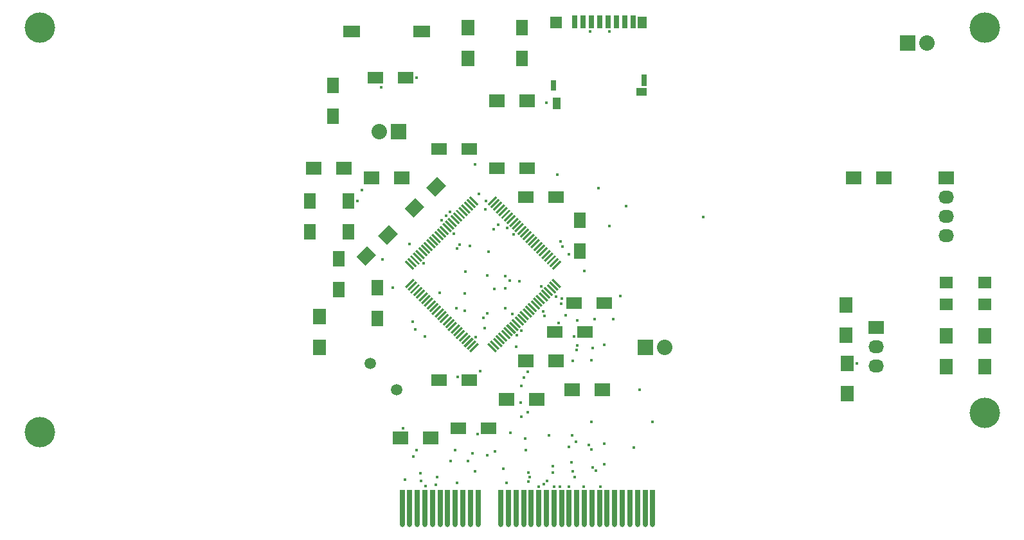
<source format=gts>
G04 #@! TF.FileFunction,Soldermask,Top*
%FSLAX46Y46*%
G04 Gerber Fmt 4.6, Leading zero omitted, Abs format (unit mm)*
G04 Created by KiCad (PCBNEW 4.0.2+dfsg1-stable) date Sun 02 Jun 2019 14:52:45 CEST*
%MOMM*%
G01*
G04 APERTURE LIST*
%ADD10C,0.100000*%
%ADD11R,1.700000X2.000000*%
%ADD12R,2.000000X1.700000*%
%ADD13R,0.700000X1.750000*%
%ADD14R,1.300000X1.500000*%
%ADD15R,0.800000X1.500000*%
%ADD16R,1.450000X1.000000*%
%ADD17R,0.800000X1.400000*%
%ADD18R,1.500000X1.500000*%
%ADD19R,1.000000X1.550000*%
%ADD20R,1.800860X1.597660*%
%ADD21R,1.600000X2.000000*%
%ADD22C,0.650000*%
%ADD23R,0.650000X4.600000*%
%ADD24C,1.500000*%
%ADD25R,2.180000X1.600000*%
%ADD26C,4.000000*%
%ADD27R,2.032000X1.727200*%
%ADD28O,2.032000X1.727200*%
%ADD29R,2.032000X2.032000*%
%ADD30O,2.032000X2.032000*%
%ADD31R,2.000000X1.600000*%
%ADD32C,0.400000*%
G04 APERTURE END LIST*
D10*
G36*
X132128373Y-93278478D02*
X131916241Y-93066346D01*
X132976901Y-92005686D01*
X133189033Y-92217818D01*
X132128373Y-93278478D01*
X132128373Y-93278478D01*
G37*
G36*
X132481926Y-93632031D02*
X132269794Y-93419899D01*
X133330454Y-92359239D01*
X133542586Y-92571371D01*
X132481926Y-93632031D01*
X132481926Y-93632031D01*
G37*
G36*
X132835480Y-93985584D02*
X132623348Y-93773452D01*
X133684008Y-92712792D01*
X133896140Y-92924924D01*
X132835480Y-93985584D01*
X132835480Y-93985584D01*
G37*
G36*
X133189033Y-94339138D02*
X132976901Y-94127006D01*
X134037561Y-93066346D01*
X134249693Y-93278478D01*
X133189033Y-94339138D01*
X133189033Y-94339138D01*
G37*
G36*
X133542587Y-94692691D02*
X133330455Y-94480559D01*
X134391115Y-93419899D01*
X134603247Y-93632031D01*
X133542587Y-94692691D01*
X133542587Y-94692691D01*
G37*
G36*
X133896140Y-95046244D02*
X133684008Y-94834112D01*
X134744668Y-93773452D01*
X134956800Y-93985584D01*
X133896140Y-95046244D01*
X133896140Y-95046244D01*
G37*
G36*
X134249693Y-95399798D02*
X134037561Y-95187666D01*
X135098221Y-94127006D01*
X135310353Y-94339138D01*
X134249693Y-95399798D01*
X134249693Y-95399798D01*
G37*
G36*
X134603247Y-95753351D02*
X134391115Y-95541219D01*
X135451775Y-94480559D01*
X135663907Y-94692691D01*
X134603247Y-95753351D01*
X134603247Y-95753351D01*
G37*
G36*
X134956800Y-96106905D02*
X134744668Y-95894773D01*
X135805328Y-94834113D01*
X136017460Y-95046245D01*
X134956800Y-96106905D01*
X134956800Y-96106905D01*
G37*
G36*
X135310354Y-96460458D02*
X135098222Y-96248326D01*
X136158882Y-95187666D01*
X136371014Y-95399798D01*
X135310354Y-96460458D01*
X135310354Y-96460458D01*
G37*
G36*
X135663907Y-96814011D02*
X135451775Y-96601879D01*
X136512435Y-95541219D01*
X136724567Y-95753351D01*
X135663907Y-96814011D01*
X135663907Y-96814011D01*
G37*
G36*
X136017460Y-97167565D02*
X135805328Y-96955433D01*
X136865988Y-95894773D01*
X137078120Y-96106905D01*
X136017460Y-97167565D01*
X136017460Y-97167565D01*
G37*
G36*
X136371014Y-97521118D02*
X136158882Y-97308986D01*
X137219542Y-96248326D01*
X137431674Y-96460458D01*
X136371014Y-97521118D01*
X136371014Y-97521118D01*
G37*
G36*
X136724567Y-97874672D02*
X136512435Y-97662540D01*
X137573095Y-96601880D01*
X137785227Y-96814012D01*
X136724567Y-97874672D01*
X136724567Y-97874672D01*
G37*
G36*
X137078121Y-98228225D02*
X136865989Y-98016093D01*
X137926649Y-96955433D01*
X138138781Y-97167565D01*
X137078121Y-98228225D01*
X137078121Y-98228225D01*
G37*
G36*
X137431674Y-98581778D02*
X137219542Y-98369646D01*
X138280202Y-97308986D01*
X138492334Y-97521118D01*
X137431674Y-98581778D01*
X137431674Y-98581778D01*
G37*
G36*
X137785227Y-98935332D02*
X137573095Y-98723200D01*
X138633755Y-97662540D01*
X138845887Y-97874672D01*
X137785227Y-98935332D01*
X137785227Y-98935332D01*
G37*
G36*
X138138781Y-99288885D02*
X137926649Y-99076753D01*
X138987309Y-98016093D01*
X139199441Y-98228225D01*
X138138781Y-99288885D01*
X138138781Y-99288885D01*
G37*
G36*
X138492334Y-99642439D02*
X138280202Y-99430307D01*
X139340862Y-98369647D01*
X139552994Y-98581779D01*
X138492334Y-99642439D01*
X138492334Y-99642439D01*
G37*
G36*
X138845888Y-99995992D02*
X138633756Y-99783860D01*
X139694416Y-98723200D01*
X139906548Y-98935332D01*
X138845888Y-99995992D01*
X138845888Y-99995992D01*
G37*
G36*
X139199441Y-100349545D02*
X138987309Y-100137413D01*
X140047969Y-99076753D01*
X140260101Y-99288885D01*
X139199441Y-100349545D01*
X139199441Y-100349545D01*
G37*
G36*
X139552994Y-100703099D02*
X139340862Y-100490967D01*
X140401522Y-99430307D01*
X140613654Y-99642439D01*
X139552994Y-100703099D01*
X139552994Y-100703099D01*
G37*
G36*
X139906548Y-101056652D02*
X139694416Y-100844520D01*
X140755076Y-99783860D01*
X140967208Y-99995992D01*
X139906548Y-101056652D01*
X139906548Y-101056652D01*
G37*
G36*
X140260101Y-101410206D02*
X140047969Y-101198074D01*
X141108629Y-100137414D01*
X141320761Y-100349546D01*
X140260101Y-101410206D01*
X140260101Y-101410206D01*
G37*
G36*
X140613654Y-101763759D02*
X140401522Y-101551627D01*
X141462182Y-100490967D01*
X141674314Y-100703099D01*
X140613654Y-101763759D01*
X140613654Y-101763759D01*
G37*
G36*
X144078478Y-101551627D02*
X143866346Y-101763759D01*
X142805686Y-100703099D01*
X143017818Y-100490967D01*
X144078478Y-101551627D01*
X144078478Y-101551627D01*
G37*
G36*
X144432031Y-101198074D02*
X144219899Y-101410206D01*
X143159239Y-100349546D01*
X143371371Y-100137414D01*
X144432031Y-101198074D01*
X144432031Y-101198074D01*
G37*
G36*
X144785584Y-100844520D02*
X144573452Y-101056652D01*
X143512792Y-99995992D01*
X143724924Y-99783860D01*
X144785584Y-100844520D01*
X144785584Y-100844520D01*
G37*
G36*
X145139138Y-100490967D02*
X144927006Y-100703099D01*
X143866346Y-99642439D01*
X144078478Y-99430307D01*
X145139138Y-100490967D01*
X145139138Y-100490967D01*
G37*
G36*
X145492691Y-100137413D02*
X145280559Y-100349545D01*
X144219899Y-99288885D01*
X144432031Y-99076753D01*
X145492691Y-100137413D01*
X145492691Y-100137413D01*
G37*
G36*
X145846244Y-99783860D02*
X145634112Y-99995992D01*
X144573452Y-98935332D01*
X144785584Y-98723200D01*
X145846244Y-99783860D01*
X145846244Y-99783860D01*
G37*
G36*
X146199798Y-99430307D02*
X145987666Y-99642439D01*
X144927006Y-98581779D01*
X145139138Y-98369647D01*
X146199798Y-99430307D01*
X146199798Y-99430307D01*
G37*
G36*
X146553351Y-99076753D02*
X146341219Y-99288885D01*
X145280559Y-98228225D01*
X145492691Y-98016093D01*
X146553351Y-99076753D01*
X146553351Y-99076753D01*
G37*
G36*
X146906905Y-98723200D02*
X146694773Y-98935332D01*
X145634113Y-97874672D01*
X145846245Y-97662540D01*
X146906905Y-98723200D01*
X146906905Y-98723200D01*
G37*
G36*
X147260458Y-98369646D02*
X147048326Y-98581778D01*
X145987666Y-97521118D01*
X146199798Y-97308986D01*
X147260458Y-98369646D01*
X147260458Y-98369646D01*
G37*
G36*
X147614011Y-98016093D02*
X147401879Y-98228225D01*
X146341219Y-97167565D01*
X146553351Y-96955433D01*
X147614011Y-98016093D01*
X147614011Y-98016093D01*
G37*
G36*
X147967565Y-97662540D02*
X147755433Y-97874672D01*
X146694773Y-96814012D01*
X146906905Y-96601880D01*
X147967565Y-97662540D01*
X147967565Y-97662540D01*
G37*
G36*
X148321118Y-97308986D02*
X148108986Y-97521118D01*
X147048326Y-96460458D01*
X147260458Y-96248326D01*
X148321118Y-97308986D01*
X148321118Y-97308986D01*
G37*
G36*
X148674672Y-96955433D02*
X148462540Y-97167565D01*
X147401880Y-96106905D01*
X147614012Y-95894773D01*
X148674672Y-96955433D01*
X148674672Y-96955433D01*
G37*
G36*
X149028225Y-96601879D02*
X148816093Y-96814011D01*
X147755433Y-95753351D01*
X147967565Y-95541219D01*
X149028225Y-96601879D01*
X149028225Y-96601879D01*
G37*
G36*
X149381778Y-96248326D02*
X149169646Y-96460458D01*
X148108986Y-95399798D01*
X148321118Y-95187666D01*
X149381778Y-96248326D01*
X149381778Y-96248326D01*
G37*
G36*
X149735332Y-95894773D02*
X149523200Y-96106905D01*
X148462540Y-95046245D01*
X148674672Y-94834113D01*
X149735332Y-95894773D01*
X149735332Y-95894773D01*
G37*
G36*
X150088885Y-95541219D02*
X149876753Y-95753351D01*
X148816093Y-94692691D01*
X149028225Y-94480559D01*
X150088885Y-95541219D01*
X150088885Y-95541219D01*
G37*
G36*
X150442439Y-95187666D02*
X150230307Y-95399798D01*
X149169647Y-94339138D01*
X149381779Y-94127006D01*
X150442439Y-95187666D01*
X150442439Y-95187666D01*
G37*
G36*
X150795992Y-94834112D02*
X150583860Y-95046244D01*
X149523200Y-93985584D01*
X149735332Y-93773452D01*
X150795992Y-94834112D01*
X150795992Y-94834112D01*
G37*
G36*
X151149545Y-94480559D02*
X150937413Y-94692691D01*
X149876753Y-93632031D01*
X150088885Y-93419899D01*
X151149545Y-94480559D01*
X151149545Y-94480559D01*
G37*
G36*
X151503099Y-94127006D02*
X151290967Y-94339138D01*
X150230307Y-93278478D01*
X150442439Y-93066346D01*
X151503099Y-94127006D01*
X151503099Y-94127006D01*
G37*
G36*
X151856652Y-93773452D02*
X151644520Y-93985584D01*
X150583860Y-92924924D01*
X150795992Y-92712792D01*
X151856652Y-93773452D01*
X151856652Y-93773452D01*
G37*
G36*
X152210206Y-93419899D02*
X151998074Y-93632031D01*
X150937414Y-92571371D01*
X151149546Y-92359239D01*
X152210206Y-93419899D01*
X152210206Y-93419899D01*
G37*
G36*
X152563759Y-93066346D02*
X152351627Y-93278478D01*
X151290967Y-92217818D01*
X151503099Y-92005686D01*
X152563759Y-93066346D01*
X152563759Y-93066346D01*
G37*
G36*
X151503099Y-90874314D02*
X151290967Y-90662182D01*
X152351627Y-89601522D01*
X152563759Y-89813654D01*
X151503099Y-90874314D01*
X151503099Y-90874314D01*
G37*
G36*
X151149546Y-90520761D02*
X150937414Y-90308629D01*
X151998074Y-89247969D01*
X152210206Y-89460101D01*
X151149546Y-90520761D01*
X151149546Y-90520761D01*
G37*
G36*
X150795992Y-90167208D02*
X150583860Y-89955076D01*
X151644520Y-88894416D01*
X151856652Y-89106548D01*
X150795992Y-90167208D01*
X150795992Y-90167208D01*
G37*
G36*
X150442439Y-89813654D02*
X150230307Y-89601522D01*
X151290967Y-88540862D01*
X151503099Y-88752994D01*
X150442439Y-89813654D01*
X150442439Y-89813654D01*
G37*
G36*
X150088885Y-89460101D02*
X149876753Y-89247969D01*
X150937413Y-88187309D01*
X151149545Y-88399441D01*
X150088885Y-89460101D01*
X150088885Y-89460101D01*
G37*
G36*
X149735332Y-89106548D02*
X149523200Y-88894416D01*
X150583860Y-87833756D01*
X150795992Y-88045888D01*
X149735332Y-89106548D01*
X149735332Y-89106548D01*
G37*
G36*
X149381779Y-88752994D02*
X149169647Y-88540862D01*
X150230307Y-87480202D01*
X150442439Y-87692334D01*
X149381779Y-88752994D01*
X149381779Y-88752994D01*
G37*
G36*
X149028225Y-88399441D02*
X148816093Y-88187309D01*
X149876753Y-87126649D01*
X150088885Y-87338781D01*
X149028225Y-88399441D01*
X149028225Y-88399441D01*
G37*
G36*
X148674672Y-88045887D02*
X148462540Y-87833755D01*
X149523200Y-86773095D01*
X149735332Y-86985227D01*
X148674672Y-88045887D01*
X148674672Y-88045887D01*
G37*
G36*
X148321118Y-87692334D02*
X148108986Y-87480202D01*
X149169646Y-86419542D01*
X149381778Y-86631674D01*
X148321118Y-87692334D01*
X148321118Y-87692334D01*
G37*
G36*
X147967565Y-87338781D02*
X147755433Y-87126649D01*
X148816093Y-86065989D01*
X149028225Y-86278121D01*
X147967565Y-87338781D01*
X147967565Y-87338781D01*
G37*
G36*
X147614012Y-86985227D02*
X147401880Y-86773095D01*
X148462540Y-85712435D01*
X148674672Y-85924567D01*
X147614012Y-86985227D01*
X147614012Y-86985227D01*
G37*
G36*
X147260458Y-86631674D02*
X147048326Y-86419542D01*
X148108986Y-85358882D01*
X148321118Y-85571014D01*
X147260458Y-86631674D01*
X147260458Y-86631674D01*
G37*
G36*
X146906905Y-86278120D02*
X146694773Y-86065988D01*
X147755433Y-85005328D01*
X147967565Y-85217460D01*
X146906905Y-86278120D01*
X146906905Y-86278120D01*
G37*
G36*
X146553351Y-85924567D02*
X146341219Y-85712435D01*
X147401879Y-84651775D01*
X147614011Y-84863907D01*
X146553351Y-85924567D01*
X146553351Y-85924567D01*
G37*
G36*
X146199798Y-85571014D02*
X145987666Y-85358882D01*
X147048326Y-84298222D01*
X147260458Y-84510354D01*
X146199798Y-85571014D01*
X146199798Y-85571014D01*
G37*
G36*
X145846245Y-85217460D02*
X145634113Y-85005328D01*
X146694773Y-83944668D01*
X146906905Y-84156800D01*
X145846245Y-85217460D01*
X145846245Y-85217460D01*
G37*
G36*
X145492691Y-84863907D02*
X145280559Y-84651775D01*
X146341219Y-83591115D01*
X146553351Y-83803247D01*
X145492691Y-84863907D01*
X145492691Y-84863907D01*
G37*
G36*
X145139138Y-84510353D02*
X144927006Y-84298221D01*
X145987666Y-83237561D01*
X146199798Y-83449693D01*
X145139138Y-84510353D01*
X145139138Y-84510353D01*
G37*
G36*
X144785584Y-84156800D02*
X144573452Y-83944668D01*
X145634112Y-82884008D01*
X145846244Y-83096140D01*
X144785584Y-84156800D01*
X144785584Y-84156800D01*
G37*
G36*
X144432031Y-83803247D02*
X144219899Y-83591115D01*
X145280559Y-82530455D01*
X145492691Y-82742587D01*
X144432031Y-83803247D01*
X144432031Y-83803247D01*
G37*
G36*
X144078478Y-83449693D02*
X143866346Y-83237561D01*
X144927006Y-82176901D01*
X145139138Y-82389033D01*
X144078478Y-83449693D01*
X144078478Y-83449693D01*
G37*
G36*
X143724924Y-83096140D02*
X143512792Y-82884008D01*
X144573452Y-81823348D01*
X144785584Y-82035480D01*
X143724924Y-83096140D01*
X143724924Y-83096140D01*
G37*
G36*
X143371371Y-82742586D02*
X143159239Y-82530454D01*
X144219899Y-81469794D01*
X144432031Y-81681926D01*
X143371371Y-82742586D01*
X143371371Y-82742586D01*
G37*
G36*
X143017818Y-82389033D02*
X142805686Y-82176901D01*
X143866346Y-81116241D01*
X144078478Y-81328373D01*
X143017818Y-82389033D01*
X143017818Y-82389033D01*
G37*
G36*
X141674314Y-82176901D02*
X141462182Y-82389033D01*
X140401522Y-81328373D01*
X140613654Y-81116241D01*
X141674314Y-82176901D01*
X141674314Y-82176901D01*
G37*
G36*
X141320761Y-82530454D02*
X141108629Y-82742586D01*
X140047969Y-81681926D01*
X140260101Y-81469794D01*
X141320761Y-82530454D01*
X141320761Y-82530454D01*
G37*
G36*
X140967208Y-82884008D02*
X140755076Y-83096140D01*
X139694416Y-82035480D01*
X139906548Y-81823348D01*
X140967208Y-82884008D01*
X140967208Y-82884008D01*
G37*
G36*
X140613654Y-83237561D02*
X140401522Y-83449693D01*
X139340862Y-82389033D01*
X139552994Y-82176901D01*
X140613654Y-83237561D01*
X140613654Y-83237561D01*
G37*
G36*
X140260101Y-83591115D02*
X140047969Y-83803247D01*
X138987309Y-82742587D01*
X139199441Y-82530455D01*
X140260101Y-83591115D01*
X140260101Y-83591115D01*
G37*
G36*
X139906548Y-83944668D02*
X139694416Y-84156800D01*
X138633756Y-83096140D01*
X138845888Y-82884008D01*
X139906548Y-83944668D01*
X139906548Y-83944668D01*
G37*
G36*
X139552994Y-84298221D02*
X139340862Y-84510353D01*
X138280202Y-83449693D01*
X138492334Y-83237561D01*
X139552994Y-84298221D01*
X139552994Y-84298221D01*
G37*
G36*
X139199441Y-84651775D02*
X138987309Y-84863907D01*
X137926649Y-83803247D01*
X138138781Y-83591115D01*
X139199441Y-84651775D01*
X139199441Y-84651775D01*
G37*
G36*
X138845887Y-85005328D02*
X138633755Y-85217460D01*
X137573095Y-84156800D01*
X137785227Y-83944668D01*
X138845887Y-85005328D01*
X138845887Y-85005328D01*
G37*
G36*
X138492334Y-85358882D02*
X138280202Y-85571014D01*
X137219542Y-84510354D01*
X137431674Y-84298222D01*
X138492334Y-85358882D01*
X138492334Y-85358882D01*
G37*
G36*
X138138781Y-85712435D02*
X137926649Y-85924567D01*
X136865989Y-84863907D01*
X137078121Y-84651775D01*
X138138781Y-85712435D01*
X138138781Y-85712435D01*
G37*
G36*
X137785227Y-86065988D02*
X137573095Y-86278120D01*
X136512435Y-85217460D01*
X136724567Y-85005328D01*
X137785227Y-86065988D01*
X137785227Y-86065988D01*
G37*
G36*
X137431674Y-86419542D02*
X137219542Y-86631674D01*
X136158882Y-85571014D01*
X136371014Y-85358882D01*
X137431674Y-86419542D01*
X137431674Y-86419542D01*
G37*
G36*
X137078120Y-86773095D02*
X136865988Y-86985227D01*
X135805328Y-85924567D01*
X136017460Y-85712435D01*
X137078120Y-86773095D01*
X137078120Y-86773095D01*
G37*
G36*
X136724567Y-87126649D02*
X136512435Y-87338781D01*
X135451775Y-86278121D01*
X135663907Y-86065989D01*
X136724567Y-87126649D01*
X136724567Y-87126649D01*
G37*
G36*
X136371014Y-87480202D02*
X136158882Y-87692334D01*
X135098222Y-86631674D01*
X135310354Y-86419542D01*
X136371014Y-87480202D01*
X136371014Y-87480202D01*
G37*
G36*
X136017460Y-87833755D02*
X135805328Y-88045887D01*
X134744668Y-86985227D01*
X134956800Y-86773095D01*
X136017460Y-87833755D01*
X136017460Y-87833755D01*
G37*
G36*
X135663907Y-88187309D02*
X135451775Y-88399441D01*
X134391115Y-87338781D01*
X134603247Y-87126649D01*
X135663907Y-88187309D01*
X135663907Y-88187309D01*
G37*
G36*
X135310353Y-88540862D02*
X135098221Y-88752994D01*
X134037561Y-87692334D01*
X134249693Y-87480202D01*
X135310353Y-88540862D01*
X135310353Y-88540862D01*
G37*
G36*
X134956800Y-88894416D02*
X134744668Y-89106548D01*
X133684008Y-88045888D01*
X133896140Y-87833756D01*
X134956800Y-88894416D01*
X134956800Y-88894416D01*
G37*
G36*
X134603247Y-89247969D02*
X134391115Y-89460101D01*
X133330455Y-88399441D01*
X133542587Y-88187309D01*
X134603247Y-89247969D01*
X134603247Y-89247969D01*
G37*
G36*
X134249693Y-89601522D02*
X134037561Y-89813654D01*
X132976901Y-88752994D01*
X133189033Y-88540862D01*
X134249693Y-89601522D01*
X134249693Y-89601522D01*
G37*
G36*
X133896140Y-89955076D02*
X133684008Y-90167208D01*
X132623348Y-89106548D01*
X132835480Y-88894416D01*
X133896140Y-89955076D01*
X133896140Y-89955076D01*
G37*
G36*
X133542586Y-90308629D02*
X133330454Y-90520761D01*
X132269794Y-89460101D01*
X132481926Y-89247969D01*
X133542586Y-90308629D01*
X133542586Y-90308629D01*
G37*
G36*
X133189033Y-90662182D02*
X132976901Y-90874314D01*
X131916241Y-89813654D01*
X132128373Y-89601522D01*
X133189033Y-90662182D01*
X133189033Y-90662182D01*
G37*
D11*
X208280000Y-99600000D03*
X208280000Y-103600000D03*
X203200000Y-99600000D03*
X203200000Y-103600000D03*
D12*
X144050000Y-68580000D03*
X148050000Y-68580000D03*
D13*
X162005000Y-58150000D03*
D14*
X163205000Y-58275000D03*
D15*
X163455000Y-65875000D03*
D16*
X163130000Y-67375000D03*
D17*
X151505000Y-66525000D03*
D13*
X160905000Y-58150000D03*
X159805000Y-58150000D03*
X158705000Y-58150000D03*
X157605000Y-58150000D03*
X156505000Y-58150000D03*
X155405000Y-58150000D03*
X154305000Y-58150000D03*
D18*
X151855000Y-58275000D03*
D19*
X151905000Y-68950000D03*
D20*
X208280000Y-92560140D03*
X208280000Y-95399860D03*
X203200000Y-92560140D03*
X203200000Y-95399860D03*
D21*
X147320000Y-62960000D03*
X147320000Y-58960000D03*
D22*
X149572000Y-124466000D03*
X151572000Y-124466000D03*
D23*
X151572000Y-122166000D03*
D22*
X150572000Y-124466000D03*
D23*
X131572000Y-122166000D03*
X132572000Y-122166000D03*
X133572000Y-122166000D03*
X134572000Y-122166000D03*
X135572000Y-122166000D03*
X136572000Y-122166000D03*
X137572000Y-122166000D03*
X138572000Y-122166000D03*
X139572000Y-122166000D03*
X140572000Y-122166000D03*
X141572000Y-122166000D03*
X146572000Y-122166000D03*
X147572000Y-122166000D03*
X148572000Y-122166000D03*
X149572000Y-122166000D03*
X150572000Y-122166000D03*
X144572000Y-122166000D03*
X145572000Y-122166000D03*
D22*
X133572000Y-124466000D03*
X134572000Y-124466000D03*
X135572000Y-124466000D03*
X136572000Y-124466000D03*
X137572000Y-124466000D03*
X138572000Y-124466000D03*
X139572000Y-124466000D03*
X140572000Y-124466000D03*
X141572000Y-124466000D03*
X131572000Y-124466000D03*
X144572000Y-124466000D03*
X145572000Y-124466000D03*
X146572000Y-124466000D03*
X147572000Y-124466000D03*
X148572000Y-124466000D03*
X132572000Y-124466000D03*
X152572000Y-124466000D03*
X153572000Y-124466000D03*
X154572000Y-124466000D03*
X155572000Y-124466000D03*
X156572000Y-124466000D03*
X157572000Y-124466000D03*
X158572000Y-124466000D03*
X159572000Y-124466000D03*
X160572000Y-124466000D03*
X161572000Y-124466000D03*
X162572000Y-124466000D03*
X163572000Y-124466000D03*
X164572000Y-124466000D03*
D23*
X152572000Y-122166000D03*
X153572000Y-122166000D03*
X154572000Y-122166000D03*
X155572000Y-122166000D03*
X156572000Y-122166000D03*
X157572000Y-122166000D03*
X158572000Y-122166000D03*
X159572000Y-122166000D03*
X160572000Y-122166000D03*
X161572000Y-122166000D03*
X162572000Y-122166000D03*
X163572000Y-122166000D03*
X164572000Y-122166000D03*
D24*
X130810000Y-106680000D03*
X127359319Y-103229319D03*
D25*
X124950000Y-59436000D03*
X134130000Y-59436000D03*
D12*
X123920000Y-77470000D03*
X119920000Y-77470000D03*
X127540000Y-78740000D03*
X131540000Y-78740000D03*
X145320000Y-107950000D03*
X149320000Y-107950000D03*
X153956000Y-106680000D03*
X157956000Y-106680000D03*
X151860000Y-102870000D03*
X147860000Y-102870000D03*
D10*
G36*
X133099720Y-84002362D02*
X131897638Y-82800280D01*
X133311852Y-81386066D01*
X134513934Y-82588148D01*
X133099720Y-84002362D01*
X133099720Y-84002362D01*
G37*
G36*
X135928148Y-81173934D02*
X134726066Y-79971852D01*
X136140280Y-78557638D01*
X137342362Y-79759720D01*
X135928148Y-81173934D01*
X135928148Y-81173934D01*
G37*
G36*
X126749720Y-90352362D02*
X125547638Y-89150280D01*
X126961852Y-87736066D01*
X128163934Y-88938148D01*
X126749720Y-90352362D01*
X126749720Y-90352362D01*
G37*
G36*
X129578148Y-87523934D02*
X128376066Y-86321852D01*
X129790280Y-84907638D01*
X130992362Y-86109720D01*
X129578148Y-87523934D01*
X129578148Y-87523934D01*
G37*
D11*
X190000000Y-95500000D03*
X190000000Y-99500000D03*
X190195000Y-103185000D03*
X190195000Y-107185000D03*
X120650000Y-97060000D03*
X120650000Y-101060000D03*
D12*
X131350000Y-113030000D03*
X135350000Y-113030000D03*
D11*
X140208000Y-58960000D03*
X140208000Y-62960000D03*
D12*
X191040000Y-78740000D03*
X195040000Y-78740000D03*
D26*
X208280000Y-58928000D03*
X83820000Y-112268000D03*
X208280000Y-109728000D03*
X83820000Y-58928000D03*
D27*
X203200000Y-78740000D03*
D28*
X203200000Y-81280000D03*
X203200000Y-83820000D03*
X203200000Y-86360000D03*
D29*
X198120000Y-60960000D03*
D30*
X200660000Y-60960000D03*
D27*
X194000000Y-98500000D03*
D28*
X194000000Y-101040000D03*
X194000000Y-103580000D03*
D31*
X158210000Y-95250000D03*
X154210000Y-95250000D03*
X140430000Y-74930000D03*
X136430000Y-74930000D03*
D21*
X119380000Y-81820000D03*
X119380000Y-85820000D03*
X154940000Y-88360000D03*
X154940000Y-84360000D03*
D31*
X128048000Y-65532000D03*
X132048000Y-65532000D03*
D21*
X128270000Y-97250000D03*
X128270000Y-93250000D03*
X124460000Y-81820000D03*
X124460000Y-85820000D03*
D31*
X148050000Y-77470000D03*
X144050000Y-77470000D03*
X155670000Y-99060000D03*
X151670000Y-99060000D03*
D21*
X122428000Y-66580000D03*
X122428000Y-70580000D03*
D31*
X147860000Y-81280000D03*
X151860000Y-81280000D03*
X136430000Y-105410000D03*
X140430000Y-105410000D03*
D21*
X123190000Y-93440000D03*
X123190000Y-89440000D03*
D31*
X138970000Y-111760000D03*
X142970000Y-111760000D03*
D29*
X163576000Y-101092000D03*
D30*
X166116000Y-101092000D03*
D29*
X131064000Y-72644000D03*
D30*
X128524000Y-72644000D03*
D32*
X157660400Y-119452300D03*
X191463800Y-103185000D03*
X145842000Y-112360700D03*
X141292500Y-99698800D03*
X142515600Y-82877400D03*
X141215000Y-76931100D03*
X153957500Y-112720900D03*
X153866100Y-116268500D03*
X150949700Y-112720900D03*
X140270700Y-116083900D03*
X149572000Y-119444500D03*
X158156100Y-113752400D03*
X158212300Y-116496700D03*
X131987000Y-118525600D03*
X153572000Y-119434800D03*
X128787800Y-66764500D03*
X125684500Y-81820000D03*
X136548200Y-93869400D03*
X142754100Y-91583300D03*
X140476400Y-87719900D03*
X148174000Y-118757200D03*
X151461200Y-117586500D03*
X149884200Y-93049900D03*
X151841200Y-94362900D03*
X152354900Y-119455200D03*
X145194700Y-93328400D03*
X134426800Y-89990800D03*
X138693300Y-95904700D03*
X146691400Y-99516900D03*
X147252500Y-106135200D03*
X164572000Y-110935200D03*
X156469900Y-110935200D03*
X144223100Y-84957700D03*
X162100800Y-114277700D03*
X156204800Y-113980100D03*
X143632200Y-85483000D03*
X137914900Y-83236700D03*
X137389500Y-83762700D03*
X146217100Y-86198000D03*
X136795300Y-84351000D03*
X141716600Y-80854400D03*
X155535400Y-91044000D03*
X153104900Y-96814400D03*
X148174100Y-117556400D03*
X139167800Y-87518600D03*
X146996900Y-92339900D03*
X148363500Y-118156800D03*
X150691900Y-118704700D03*
X150208300Y-119118900D03*
X156915300Y-97328500D03*
X156682000Y-101179400D03*
X154594800Y-101414700D03*
X154293600Y-118171800D03*
X147849800Y-114615000D03*
X145711000Y-92304200D03*
X145135200Y-91728400D03*
X147810300Y-113114000D03*
X141541800Y-112491300D03*
X141157000Y-117395700D03*
X143718700Y-93375200D03*
X143788500Y-114827700D03*
X139870200Y-91058000D03*
X136173300Y-118186800D03*
X134633500Y-119399300D03*
X142915600Y-88461800D03*
X138342600Y-86128000D03*
X134002300Y-117696600D03*
X142454000Y-98554200D03*
X147201400Y-108379800D03*
X147243700Y-110273900D03*
X154491700Y-113526100D03*
X154046600Y-117442200D03*
X144861500Y-117118000D03*
X138835800Y-88050700D03*
X146098700Y-96688100D03*
X148089700Y-109668000D03*
X148094400Y-104315000D03*
X151388700Y-116785400D03*
X150155600Y-96310900D03*
X145183200Y-95908600D03*
X145287800Y-118983900D03*
X140796100Y-115031700D03*
X142250100Y-97201200D03*
X142751700Y-96611300D03*
X142747400Y-115272700D03*
X138774100Y-118981000D03*
X139813700Y-96285000D03*
X139843300Y-93934100D03*
X136030200Y-119218800D03*
X150301000Y-96930200D03*
X134061900Y-118739100D03*
X153521000Y-114243700D03*
X152488900Y-95371200D03*
X158152600Y-100770800D03*
X145383500Y-85321400D03*
X147592100Y-105039000D03*
X147292900Y-98920800D03*
X162890400Y-106638300D03*
X131673500Y-111767800D03*
X132952200Y-97704300D03*
X126254700Y-80368900D03*
X132557000Y-87464800D03*
X151629100Y-119461800D03*
X157432700Y-80132800D03*
X158849000Y-85124000D03*
X130341700Y-93250000D03*
X128974800Y-89477600D03*
X156644200Y-116938900D03*
X156499300Y-102817800D03*
X152588400Y-94615400D03*
X154046400Y-102870000D03*
X156542700Y-114540800D03*
X155472600Y-119463100D03*
X146616400Y-101031000D03*
X154220800Y-99622600D03*
X141824700Y-104200500D03*
X152215600Y-97859700D03*
X157092000Y-117348000D03*
X138575100Y-114642900D03*
X133447000Y-114596000D03*
X138913100Y-104943000D03*
X133286300Y-98755000D03*
X133463500Y-65532000D03*
X134544800Y-99619400D03*
X137944200Y-116089100D03*
X133019400Y-115457900D03*
X152025400Y-78335500D03*
X161071200Y-82424600D03*
X160273300Y-94286400D03*
X159371400Y-97325900D03*
X142579400Y-81752600D03*
X171244100Y-83861500D03*
X152463700Y-87119800D03*
X150573300Y-68836500D03*
X153535000Y-88770800D03*
X158837300Y-59449400D03*
X152656700Y-87776400D03*
X156305000Y-59449400D03*
X154630100Y-97525700D03*
X154671100Y-100811500D03*
M02*

</source>
